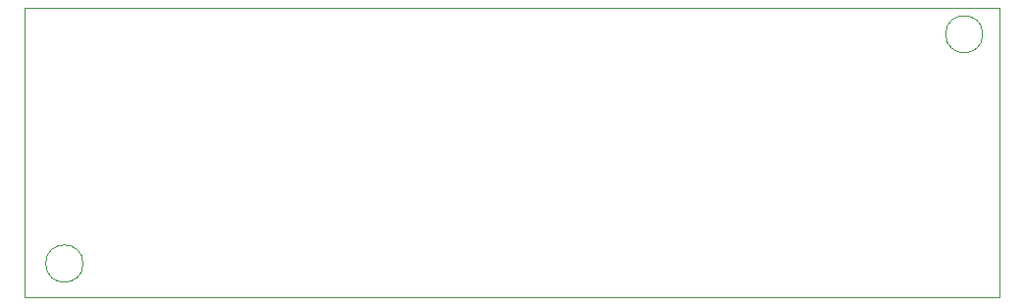
<source format=gbr>
%TF.GenerationSoftware,KiCad,Pcbnew,7.0.5-0*%
%TF.CreationDate,2024-01-25T09:03:24-08:00*%
%TF.ProjectId,transponder-11.9.0,7472616e-7370-46f6-9e64-65722d31312e,rev?*%
%TF.SameCoordinates,Original*%
%TF.FileFunction,Profile,NP*%
%FSLAX46Y46*%
G04 Gerber Fmt 4.6, Leading zero omitted, Abs format (unit mm)*
G04 Created by KiCad (PCBNEW 7.0.5-0) date 2024-01-25 09:03:24*
%MOMM*%
%LPD*%
G01*
G04 APERTURE LIST*
%TA.AperFunction,Profile*%
%ADD10C,0.100000*%
%TD*%
G04 APERTURE END LIST*
D10*
X107500000Y-88900000D02*
X191500000Y-88900000D01*
X191500000Y-113900000D01*
X107500000Y-113900000D01*
X107500000Y-88900000D01*
X190103122Y-91200000D02*
G75*
G03*
X190103122Y-91200000I-1603122J0D01*
G01*
X112512452Y-111000000D02*
G75*
G03*
X112512452Y-111000000I-1612452J0D01*
G01*
M02*

</source>
